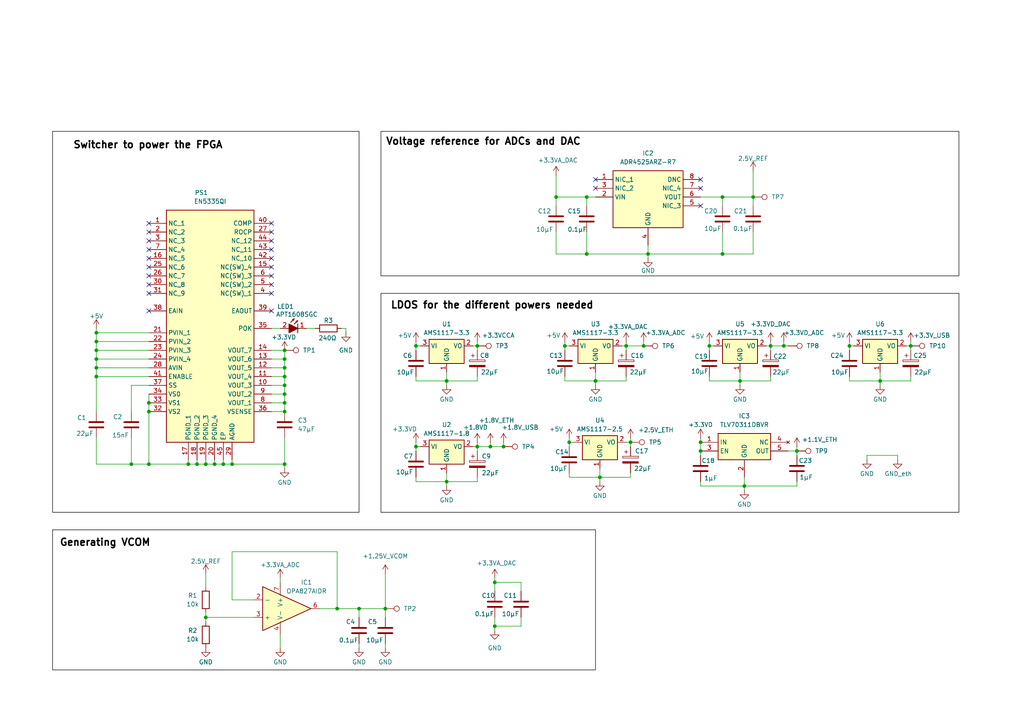
<source format=kicad_sch>
(kicad_sch (version 20250114) (generator "eeschema") (generator_version "9.0")
  (paper "A4")
  (lib_symbols
    (symbol "+5V_1" (power) (pin_numbers (hide yes)) (pin_names (offset 0) (hide yes))
      (property "Value" "+5V" (at 0 3.556 0))
      (symbol "+5V_1_1_1"
        (pin power_in line (at 0 0 90) (length 0) (name "~") (number "1"))
      )
    )
    (symbol "Connector:TestPoint" (pin_numbers (hide yes)) (pin_names (offset 0.762) (hide yes))
      (property "Reference" "TP" (at 0 6.858 0))
      (property "Value" "TestPoint" (at 0 5.08 0))
      (symbol "TestPoint_1_1"
        (pin passive line (at 0 0 90) (length 2.54) (name "1") (number "1"))
      )
    )
    (symbol "Device:C" (pin_numbers (hide yes)) (pin_names (offset 0.254))
      (property "Reference" "C" (at 0.635 2.54 0))
      (property "Value" "C" (at 0.635 -2.54 0))
      (symbol "C_1_1"
        (pin passive line (at 0 3.81 270) (length 2.794) (name "~") (number "1"))
        (pin passive line (at 0 -3.81 90) (length 2.794) (name "~") (number "2"))
      )
    )
    (symbol "Device:C_Polarized" (pin_numbers (hide yes)) (pin_names (offset 0.254))
      (property "Reference" "C" (at 0.635 2.54 0))
      (property "Value" "C_Polarized" (at 0.635 -2.54 0))
      (symbol "C_Polarized_1_1"
        (pin passive line (at 0 3.81 270) (length 2.794) (name "~") (number "1"))
        (pin passive line (at 0 -3.81 90) (length 2.794) (name "~") (number "2"))
      )
    )
    (symbol "Device:R" (pin_numbers (hide yes)) (pin_names (offset 0))
      (property "Reference" "R" (at 2.032 0 90))
      (property "Value" "R" (at 0 0 90))
      (symbol "R_1_1"
        (pin passive line (at 0 3.81 270) (length 1.27) (name "~") (number "1"))
        (pin passive line (at 0 -3.81 90) (length 1.27) (name "~") (number "2"))
      )
    )
    (symbol "EN5335QI:EN5335QI"
      (property "Reference" "PS1" (at 17.78 13.97 0))
      (property "Value" "EN5335QI" (at 17.78 11.43 0))
      (symbol "EN5335QI_1_1"
        (pin passive line (at 0 5.08 0) (length 5.08) (name "NC_1") (number "1"))
        (pin passive line (at 0 2.54 0) (length 5.08) (name "NC_2") (number "2"))
        (pin passive line (at 0 0 0) (length 5.08) (name "NC_3") (number "3"))
        (pin passive line (at 0 -2.54 0) (length 5.08) (name "NC_4") (number "7"))
        (pin passive line (at 0 -5.08 0) (length 5.08) (name "NC_5") (number "16"))
        (pin passive line (at 0 -7.62 0) (length 5.08) (name "NC_6") (number "25"))
        (pin passive line (at 0 -10.16 0) (length 5.08) (name "NC_7") (number "26"))
        (pin passive line (at 0 -12.7 0) (length 5.08) (name "NC_8") (number "30"))
        (pin passive line (at 0 -15.24 0) (length 5.08) (name "NC_9") (number "31"))
        (pin passive line (at 0 -20.32 0) (length 5.08) (name "EAIN") (number "38"))
        (pin passive line (at 0 -26.67 0) (length 5.08) (name "PVIN_1") (number "21"))
        (pin passive line (at 0 -29.21 0) (length 5.08) (name "PVIN_2") (number "22"))
        (pin passive line (at 0 -31.75 0) (length 5.08) (name "PVIN_3") (number "23"))
        (pin passive line (at 0 -34.29 0) (length 5.08) (name "PVIN_4") (number "24"))
        (pin passive line (at 0 -36.83 0) (length 5.08) (name "AVIN") (number "28"))
        (pin passive line (at 0 -39.37 0) (length 5.08) (name "ENABLE") (number "41"))
        (pin passive line (at 0 -41.91 0) (length 5.08) (name "SS") (number "37"))
        (pin passive line (at 0 -44.45 0) (length 5.08) (name "VS0") (number "34"))
        (pin passive line (at 0 -46.99 0) (length 5.08) (name "VS1") (number "33"))
        (pin passive line (at 0 -49.53 0) (length 5.08) (name "VS2") (number "32"))
        (pin passive line (at 11.43 -63.5 90) (length 5.08) (name "PGND_1") (number "17"))
        (pin passive line (at 13.97 -63.5 90) (length 5.08) (name "PGND_2") (number "18"))
        (pin passive line (at 16.51 -63.5 90) (length 5.08) (name "PGND_3") (number "19"))
        (pin passive line (at 19.05 -63.5 90) (length 5.08) (name "PGND_4") (number "20"))
        (pin passive line (at 21.59 -63.5 90) (length 5.08) (name "EP") (number "45"))
        (pin passive line (at 24.13 -63.5 90) (length 5.08) (name "AGND") (number "29"))
        (pin passive line (at 35.56 5.08 180) (length 5.08) (name "COMP") (number "40"))
        (pin passive line (at 35.56 2.54 180) (length 5.08) (name "ROCP") (number "27"))
        (pin passive line (at 35.56 0 180) (length 5.08) (name "NC_12") (number "44"))
        (pin passive line (at 35.56 -2.54 180) (length 5.08) (name "NC_11") (number "43"))
        (pin passive line (at 35.56 -5.08 180) (length 5.08) (name "NC_10") (number "42"))
        (pin passive line (at 35.56 -7.62 180) (length 5.08) (name "NC(SW)_4") (number "15"))
        (pin passive line (at 35.56 -10.16 180) (length 5.08) (name "NC(SW)_3") (number "6"))
        (pin passive line (at 35.56 -12.7 180) (length 5.08) (name "NC(SW)_2") (number "5"))
        (pin passive line (at 35.56 -15.24 180) (length 5.08) (name "NC(SW)_1") (number "4"))
        (pin passive line (at 35.56 -20.32 180) (length 5.08) (name "EAOUT") (number "39"))
        (pin passive line (at 35.56 -25.4 180) (length 5.08) (name "POK") (number "35"))
        (pin power_out line (at 35.56 -31.75 180) (length 5.08) (name "VOUT_7") (number "14"))
        (pin passive line (at 35.56 -34.29 180) (length 5.08) (name "VOUT_6") (number "13"))
        (pin passive line (at 35.56 -36.83 180) (length 5.08) (name "VOUT_5") (number "12"))
        (pin passive line (at 35.56 -39.37 180) (length 5.08) (name "VOUT_4") (number "11"))
        (pin passive line (at 35.56 -41.91 180) (length 5.08) (name "VOUT_3") (number "10"))
        (pin passive line (at 35.56 -44.45 180) (length 5.08) (name "VOUT_2") (number "9"))
        (pin passive line (at 35.56 -46.99 180) (length 5.08) (name "VOUT_1") (number "8"))
        (pin passive line (at 35.56 -49.53 180) (length 5.08) (name "VSENSE") (number "36"))
      )
    )
    (symbol "OPA827AIDR_1"
      (property "Reference" "IC1" (at 17.78 3.81 0))
      (property "Value" "OPA827AIDR" (at 17.78 1.27 0))
      (symbol "OPA827AIDR_1_1_1"
        (pin passive line (at 2.54 -1.27 0) (length 2.54) (name "-") (number "2"))
        (pin passive line (at 2.54 -6.35 0) (length 2.54) (name "+") (number "3"))
        (pin passive line (at 10.16 3.81 270) (length 3.81) (name "V+") (number "7"))
        (pin no_connect line (at 10.16 -1.27 270) (length 5.08) (hide yes) (name "NC") (number "1"))
        (pin no_connect line (at 10.16 -1.27 270) (length 5.08) (hide yes) (name "NC") (number "5"))
        (pin no_connect line (at 10.16 -1.27 270) (length 5.08) (hide yes) (name "NC") (number "8"))
        (pin passive line (at 10.16 -11.43 90) (length 3.81) (name "V-") (number "4"))
        (pin power_out line (at 21.59 -3.81 180) (length 2.54) (name "") (number "6"))
      )
    )
    (symbol "Regulator_Linear:AMS1117-1.8"
      (property "Reference" "U" (at -3.81 3.175 0))
      (property "Value" "AMS1117-1.8" (at 0 3.175 0))
      (symbol "AMS1117-1.8_1_1"
        (pin power_in line (at -7.62 0 0) (length 2.54) (name "VI") (number "3"))
        (pin power_in line (at 0 -7.62 90) (length 2.54) (name "GND") (number "1"))
        (pin power_out line (at 7.62 0 180) (length 2.54) (name "VO") (number "2"))
      )
    )
    (symbol "Regulator_Linear:AMS1117-2.5"
      (property "Reference" "U" (at -3.81 3.175 0))
      (property "Value" "AMS1117-2.5" (at 0 3.175 0))
      (symbol "AMS1117-2.5_1_1"
        (pin power_in line (at -7.62 0 0) (length 2.54) (name "VI") (number "3"))
        (pin power_in line (at 0 -7.62 90) (length 2.54) (name "GND") (number "1"))
        (pin power_out line (at 7.62 0 180) (length 2.54) (name "VO") (number "2"))
      )
    )
    (symbol "Regulator_Linear:AMS1117-3.3"
      (property "Reference" "U" (at -3.81 3.175 0))
      (property "Value" "AMS1117-3.3" (at 0 3.175 0))
      (symbol "AMS1117-3.3_1_1"
        (pin power_in line (at -7.62 0 0) (length 2.54) (name "VI") (number "3"))
        (pin power_in line (at 0 -7.62 90) (length 2.54) (name "GND") (number "1"))
        (pin power_out line (at 7.62 0 180) (length 2.54) (name "VO") (number "2"))
      )
    )
    (symbol "SamacSys_Parts:ADR4525ARZ-R7"
      (property "Reference" "IC1" (at 15.24 7.62 0))
      (property "Value" "ADR4525ARZ-R7" (at 15.24 5.08 0))
      (symbol "ADR4525ARZ-R7_1_1"
        (pin passive line (at 0 0 0) (length 5.08) (name "NIC_1") (number "1"))
        (pin passive line (at 0 -2.54 0) (length 5.08) (name "NIC_2") (number "3"))
        (pin passive line (at 0 -5.08 0) (length 5.08) (name "VIN") (number "2"))
        (pin passive line (at 15.24 -19.05 90) (length 5.08) (name "GND") (number "4"))
        (pin passive line (at 30.48 0 180) (length 5.08) (name "DNC") (number "8"))
        (pin passive line (at 30.48 -2.54 180) (length 5.08) (name "NIC_4") (number "7"))
        (pin power_out line (at 30.48 -5.08 180) (length 5.08) (name "VOUT") (number "6"))
        (pin passive line (at 30.48 -7.62 180) (length 5.08) (name "NIC_3") (number "5"))
      )
    )
    (symbol "SamacSys_Parts:APT1608SGC" (pin_names (hide yes))
      (property "Reference" "LED1" (at 7.62 10.16 0))
      (property "Value" "APT1608SGC" (at 7.62 7.62 0))
      (symbol "APT1608SGC_1_1"
        (pin passive line (at 2.54 0 0) (length 2.54) (name "A") (number "2"))
        (pin passive line (at 10.16 0 180) (length 2.54) (name "K") (number "1"))
      )
    )
    (symbol "TLV70311DBVR:TLV70311DBVR"
      (property "Reference" "IC7" (at 12.7 7.62 0))
      (property "Value" "TLV70311DBVR" (at 12.7 5.08 0))
      (symbol "TLV70311DBVR_1_1"
        (pin passive line (at 0 0 0) (length 5.08) (name "IN") (number "1"))
        (pin passive line (at 0 -2.54 0) (length 5.08) (name "EN") (number "3"))
        (pin passive line (at 12.7 -10.16 90) (length 5.08) (name "GND") (number "2"))
        (pin no_connect line (at 25.4 0 180) (length 5.08) (name "NC") (number "4"))
        (pin power_out line (at 25.4 -2.54 180) (length 5.08) (name "OUT") (number "5"))
      )
    )
    (symbol "power:+1V8" (power) (pin_numbers (hide yes)) (pin_names (offset 0) (hide yes))
      (property "Value" "+1V8" (at 0 3.556 0))
      (symbol "+1V8_1_1"
        (pin power_in line (at 0 0 90) (length 0) (name "~") (number "1"))
      )
    )
    (symbol "power:+3.3V" (power) (pin_numbers (hide yes)) (pin_names (offset 0) (hide yes))
      (property "Value" "+3.3V" (at 0 3.556 0))
      (symbol "+3.3V_1_1"
        (pin power_in line (at 0 0 90) (length 0) (name "~") (number "1"))
      )
    )
    (symbol "power:+3.3VA" (power) (pin_names (offset 0))
      (property "Value" "+3.3VA" (at 0 3.556 0))
      (symbol "+3.3VA_1_1"
        (pin power_in line (at 0 0 90) (length 0) (hide yes) (name "+3.3VA") (number "1"))
      )
    )
    (symbol "power:GND" (power) (pin_numbers (hide yes)) (pin_names (offset 0) (hide yes))
      (property "Value" "GND" (at 0 -3.81 0))
      (symbol "GND_1_1"
        (pin power_in line (at 0 0 270) (length 0) (name "~") (number "1"))
      )
    )
  )
  (text "Generating VCOM\n" (at 30.48 157.48 0) (effects (font (size 2.032 2.032) (thickness 0.4064) (bold yes))))
  (text "LDOS for the different powers needed" (at 142.748 88.646 0) (effects (font (size 2.032 2.032) (thickness 0.4064) (bold yes))))
  (text "Voltage reference for ADCs and DAC" (at 140.208 41.148 0) (effects (font (size 2.032 2.032) (thickness 0.4064) (bold yes))))
  (text "Switcher to power the FPGA" (at 42.926 42.164 0) (effects (font (size 2.032 2.032) (thickness 0.4064) (bold yes))))
  (text_box "" (at 110.49 85.09 0) (size 167.64 63.5) (margins 0.9525 0.9525 0.9525 0.9525) (stroke (width 0) (color 0 0 0 1)) (effects (font (size 1.27 1.27)) (justify left top)))
  (text_box "" (at 15.24 153.67 0) (size 157.48 40.64) (margins 0.9525 0.9525 0.9525 0.9525) (stroke (width 0) (color 0 0 0 1)) (effects (font (size 1.27 1.27)) (justify left top)))
  (text_box "" (at 15.24 38.1 0) (size 88.9 110.49) (margins 0.9525 0.9525 0.9525 0.9525) (stroke (width 0) (color 0 0 0 1)) (effects (font (size 1.27 1.27)) (justify left top)))
  (text_box "" (at 110.49 38.1 0) (size 167.64 41.91) (margins 0.9525 0.9525 0.9525 0.9525) (stroke (width 0) (color 0 0 0 1)) (effects (font (size 1.27 1.27)) (justify left top)))
  (junction (at 120.65 129.54))
  (junction (at 205.74 100.33))
  (junction (at 82.55 134.62))
  (junction (at 111.76 176.53))
  (junction (at 181.61 100.33))
  (junction (at 82.55 114.3))
  (junction (at 209.55 73.66))
  (junction (at 120.65 100.33))
  (junction (at 203.2 130.81))
  (junction (at 163.83 100.33))
  (junction (at 82.55 101.6))
  (junction (at 170.18 73.66))
  (junction (at 104.14 176.53))
  (junction (at 27.94 101.6))
  (junction (at 143.51 181.61))
  (junction (at 62.23 134.62))
  (junction (at 67.31 134.62))
  (junction (at 231.14 130.81))
  (junction (at 173.99 138.43))
  (junction (at 97.79 176.53))
  (junction (at 264.16 100.33))
  (junction (at 170.18 57.15))
  (junction (at 215.9 140.97))
  (junction (at 82.55 111.76))
  (junction (at 209.55 57.15))
  (junction (at 82.55 106.68))
  (junction (at 182.88 128.27))
  (junction (at 59.69 179.07))
  (junction (at 143.51 168.91))
  (junction (at 255.27 110.49))
  (junction (at 146.05 129.54))
  (junction (at 27.94 96.52))
  (junction (at 223.52 100.33))
  (junction (at 246.38 100.33))
  (junction (at 38.1 134.62))
  (junction (at 186.69 100.33))
  (junction (at 27.94 106.68))
  (junction (at 82.55 119.38))
  (junction (at 82.55 104.14))
  (junction (at 227.33 100.33))
  (junction (at 82.55 116.84))
  (junction (at 214.63 110.49))
  (junction (at 82.55 109.22))
  (junction (at 43.18 134.62))
  (junction (at 27.94 104.14))
  (junction (at 27.94 109.22))
  (junction (at 142.24 129.54))
  (junction (at 43.18 116.84))
  (junction (at 138.43 100.33))
  (junction (at 59.69 134.62))
  (junction (at 57.15 134.62))
  (junction (at 187.96 73.66))
  (junction (at 165.1 128.27))
  (junction (at 54.61 134.62))
  (junction (at 27.94 99.06))
  (junction (at 43.18 119.38))
  (junction (at 64.77 134.62))
  (junction (at 129.54 139.7))
  (junction (at 138.43 129.54))
  (junction (at 203.2 128.27))
  (junction (at 129.54 110.49))
  (junction (at 161.29 57.15))
  (junction (at 172.72 110.49))
  (junction (at 218.44 57.15))
  (no_connect (at 78.74 72.39))
  (no_connect (at 43.18 64.77))
  (no_connect (at 43.18 85.09))
  (no_connect (at 78.74 74.93))
  (no_connect (at 78.74 85.09))
  (no_connect (at 43.18 67.31))
  (no_connect (at 43.18 80.01))
  (no_connect (at 172.72 54.61))
  (no_connect (at 78.74 82.55))
  (no_connect (at 78.74 77.47))
  (no_connect (at 203.2 52.07))
  (no_connect (at 43.18 77.47))
  (no_connect (at 43.18 82.55))
  (no_connect (at 43.18 74.93))
  (no_connect (at 43.18 90.17))
  (no_connect (at 43.18 69.85))
  (no_connect (at 172.72 52.07))
  (no_connect (at 203.2 59.69))
  (no_connect (at 43.18 72.39))
  (no_connect (at 78.74 67.31))
  (no_connect (at 78.74 80.01))
  (no_connect (at 78.74 64.77))
  (no_connect (at 78.74 90.17))
  (no_connect (at 203.2 54.61))
  (no_connect (at 78.74 69.85))
  (wire (pts (xy 205.74 101.6) (xy 205.74 100.33)))
  (wire (pts (xy 181.61 128.27) (xy 182.88 128.27)))
  (wire (pts (xy 120.65 110.49) (xy 129.54 110.49)))
  (wire (pts (xy 138.43 139.7) (xy 138.43 138.43)))
  (wire (pts (xy 100.33 95.25) (xy 100.33 96.52)))
  (wire (pts (xy 54.61 134.62) (xy 54.61 133.35)))
  (wire (pts (xy 97.79 176.53) (xy 104.14 176.53)))
  (wire (pts (xy 163.83 101.6) (xy 163.83 100.33)))
  (wire (pts (xy 78.74 111.76) (xy 82.55 111.76)))
  (wire (pts (xy 27.94 99.06) (xy 27.94 101.6)))
  (wire (pts (xy 82.55 116.84) (xy 82.55 119.38)))
  (wire (pts (xy 215.9 140.97) (xy 231.14 140.97)))
  (wire (pts (xy 27.94 96.52) (xy 27.94 99.06)))
  (wire (pts (xy 62.23 134.62) (xy 62.23 133.35)))
  (wire (pts (xy 120.65 139.7) (xy 120.65 138.43)))
  (wire (pts (xy 170.18 67.31) (xy 170.18 73.66)))
  (wire (pts (xy 209.55 57.15) (xy 209.55 59.69)))
  (wire (pts (xy 27.94 127) (xy 27.94 134.62)))
  (wire (pts (xy 187.96 73.66) (xy 170.18 73.66)))
  (wire (pts (xy 121.92 129.54) (xy 120.65 129.54)))
  (wire (pts (xy 120.65 130.81) (xy 120.65 129.54)))
  (wire (pts (xy 247.65 100.33) (xy 246.38 100.33)))
  (wire (pts (xy 170.18 57.15) (xy 170.18 59.69)))
  (wire (pts (xy 82.55 127) (xy 82.55 134.62)))
  (wire (pts (xy 209.55 73.66) (xy 187.96 73.66)))
  (wire (pts (xy 180.34 100.33) (xy 181.61 100.33)))
  (wire (pts (xy 43.18 114.3) (xy 43.18 116.84)))
  (wire (pts (xy 143.51 181.61) (xy 143.51 182.88)))
  (wire (pts (xy 143.51 181.61) (xy 151.13 181.61)))
  (wire (pts (xy 172.72 57.15) (xy 170.18 57.15)))
  (wire (pts (xy 228.6 100.33) (xy 227.33 100.33)))
  (wire (pts (xy 231.14 140.97) (xy 231.14 139.7)))
  (wire (pts (xy 129.54 139.7) (xy 138.43 139.7)))
  (wire (pts (xy 27.94 134.62) (xy 38.1 134.62)))
  (wire (pts (xy 214.63 110.49) (xy 223.52 110.49)))
  (wire (pts (xy 262.89 100.33) (xy 264.16 100.33)))
  (wire (pts (xy 165.1 138.43) (xy 165.1 137.16)))
  (wire (pts (xy 59.69 134.62) (xy 62.23 134.62)))
  (wire (pts (xy 43.18 119.38) (xy 43.18 134.62)))
  (wire (pts (xy 104.14 176.53) (xy 111.76 176.53)))
  (wire (pts (xy 246.38 101.6) (xy 246.38 100.33)))
  (wire (pts (xy 182.88 127) (xy 182.88 128.27)))
  (wire (pts (xy 27.94 101.6) (xy 43.18 101.6)))
  (wire (pts (xy 172.72 110.49) (xy 172.72 107.95)))
  (wire (pts (xy 264.16 99.06) (xy 264.16 100.33)))
  (wire (pts (xy 146.05 129.54) (xy 142.24 129.54)))
  (wire (pts (xy 218.44 67.31) (xy 218.44 73.66)))
  (wire (pts (xy 165.1 129.54) (xy 165.1 128.27)))
  (wire (pts (xy 78.74 114.3) (xy 82.55 114.3)))
  (wire (pts (xy 129.54 110.49) (xy 138.43 110.49)))
  (wire (pts (xy 143.51 168.91) (xy 143.51 171.45)))
  (wire (pts (xy 57.15 134.62) (xy 57.15 133.35)))
  (wire (pts (xy 231.14 129.54) (xy 231.14 130.81)))
  (wire (pts (xy 57.15 134.62) (xy 59.69 134.62)))
  (wire (pts (xy 214.63 110.49) (xy 214.63 111.76)))
  (wire (pts (xy 142.24 129.54) (xy 138.43 129.54)))
  (wire (pts (xy 120.65 139.7) (xy 129.54 139.7)))
  (wire (pts (xy 92.71 176.53) (xy 97.79 176.53)))
  (wire (pts (xy 161.29 73.66) (xy 161.29 67.31)))
  (wire (pts (xy 59.69 134.62) (xy 59.69 133.35)))
  (wire (pts (xy 78.74 95.25) (xy 81.28 95.25)))
  (wire (pts (xy 255.27 111.76) (xy 255.27 110.49)))
  (wire (pts (xy 251.46 133.35) (xy 251.46 132.08)))
  (wire (pts (xy 82.55 104.14) (xy 82.55 106.68)))
  (wire (pts (xy 38.1 119.38) (xy 38.1 111.76)))
  (wire (pts (xy 246.38 110.49) (xy 246.38 109.22)))
  (wire (pts (xy 231.14 132.08) (xy 231.14 130.81)))
  (wire (pts (xy 222.25 100.33) (xy 223.52 100.33)))
  (wire (pts (xy 187.96 71.12) (xy 187.96 73.66)))
  (wire (pts (xy 172.72 110.49) (xy 172.72 111.76)))
  (wire (pts (xy 82.55 111.76) (xy 82.55 114.3)))
  (wire (pts (xy 111.76 186.69) (xy 111.76 187.96)))
  (wire (pts (xy 223.52 100.33) (xy 227.33 100.33)))
  (wire (pts (xy 231.14 130.81) (xy 228.6 130.81)))
  (wire (pts (xy 78.74 106.68) (xy 82.55 106.68)))
  (wire (pts (xy 27.94 109.22) (xy 43.18 109.22)))
  (wire (pts (xy 205.74 110.49) (xy 205.74 109.22)))
  (wire (pts (xy 165.1 138.43) (xy 173.99 138.43)))
  (wire (pts (xy 138.43 101.6) (xy 138.43 100.33)))
  (wire (pts (xy 120.65 101.6) (xy 120.65 100.33)))
  (wire (pts (xy 181.61 99.06) (xy 181.61 100.33)))
  (wire (pts (xy 43.18 134.62) (xy 54.61 134.62)))
  (wire (pts (xy 203.2 128.27) (xy 203.2 130.81)))
  (wire (pts (xy 223.52 101.6) (xy 223.52 100.33)))
  (wire (pts (xy 264.16 110.49) (xy 264.16 109.22)))
  (wire (pts (xy 173.99 138.43) (xy 173.99 135.89)))
  (wire (pts (xy 120.65 110.49) (xy 120.65 109.22)))
  (wire (pts (xy 67.31 134.62) (xy 67.31 133.35)))
  (wire (pts (xy 27.94 106.68) (xy 27.94 109.22)))
  (wire (pts (xy 82.55 134.62) (xy 67.31 134.62)))
  (wire (pts (xy 218.44 57.15) (xy 209.55 57.15)))
  (wire (pts (xy 82.55 119.38) (xy 78.74 119.38)))
  (wire (pts (xy 186.69 99.06) (xy 186.69 100.33)))
  (wire (pts (xy 214.63 110.49) (xy 214.63 107.95)))
  (wire (pts (xy 182.88 129.54) (xy 182.88 128.27)))
  (wire (pts (xy 67.31 134.62) (xy 64.77 134.62)))
  (wire (pts (xy 205.74 110.49) (xy 214.63 110.49)))
  (wire (pts (xy 163.83 110.49) (xy 163.83 109.22)))
  (wire (pts (xy 246.38 110.49) (xy 255.27 110.49)))
  (wire (pts (xy 181.61 100.33) (xy 186.69 100.33)))
  (wire (pts (xy 172.72 110.49) (xy 181.61 110.49)))
  (wire (pts (xy 78.74 104.14) (xy 82.55 104.14)))
  (wire (pts (xy 151.13 179.07) (xy 151.13 181.61)))
  (wire (pts (xy 223.52 110.49) (xy 223.52 109.22)))
  (wire (pts (xy 143.51 167.64) (xy 143.51 168.91)))
  (wire (pts (xy 246.38 99.06) (xy 246.38 100.33)))
  (wire (pts (xy 78.74 101.6) (xy 82.55 101.6)))
  (wire (pts (xy 205.74 99.06) (xy 205.74 100.33)))
  (wire (pts (xy 104.14 186.69) (xy 104.14 187.96)))
  (wire (pts (xy 207.01 100.33) (xy 205.74 100.33)))
  (wire (pts (xy 215.9 140.97) (xy 215.9 142.24)))
  (wire (pts (xy 173.99 138.43) (xy 173.99 139.7)))
  (wire (pts (xy 82.55 101.6) (xy 82.55 104.14)))
  (wire (pts (xy 137.16 100.33) (xy 138.43 100.33)))
  (wire (pts (xy 161.29 50.8) (xy 161.29 57.15)))
  (wire (pts (xy 181.61 101.6) (xy 181.61 100.33)))
  (wire (pts (xy 27.94 106.68) (xy 43.18 106.68)))
  (wire (pts (xy 38.1 134.62) (xy 43.18 134.62)))
  (wire (pts (xy 218.44 73.66) (xy 209.55 73.66)))
  (wire (pts (xy 67.31 160.02) (xy 97.79 160.02)))
  (wire (pts (xy 138.43 128.27) (xy 138.43 129.54)))
  (wire (pts (xy 67.31 173.99) (xy 67.31 160.02)))
  (wire (pts (xy 57.15 134.62) (xy 54.61 134.62)))
  (wire (pts (xy 43.18 116.84) (xy 43.18 119.38)))
  (wire (pts (xy 203.2 127) (xy 203.2 128.27)))
  (wire (pts (xy 43.18 104.14) (xy 27.94 104.14)))
  (wire (pts (xy 38.1 111.76) (xy 43.18 111.76)))
  (wire (pts (xy 82.55 134.62) (xy 82.55 135.89)))
  (wire (pts (xy 165.1 127) (xy 165.1 128.27)))
  (wire (pts (xy 143.51 168.91) (xy 151.13 168.91)))
  (wire (pts (xy 146.05 128.27) (xy 146.05 129.54)))
  (wire (pts (xy 151.13 168.91) (xy 151.13 171.45)))
  (wire (pts (xy 218.44 59.69) (xy 218.44 57.15)))
  (wire (pts (xy 137.16 129.54) (xy 138.43 129.54)))
  (wire (pts (xy 88.9 95.25) (xy 91.44 95.25)))
  (wire (pts (xy 203.2 57.15) (xy 209.55 57.15)))
  (wire (pts (xy 129.54 110.49) (xy 129.54 107.95)))
  (wire (pts (xy 27.94 101.6) (xy 27.94 104.14)))
  (wire (pts (xy 129.54 140.97) (xy 129.54 139.7)))
  (wire (pts (xy 255.27 110.49) (xy 255.27 107.95)))
  (wire (pts (xy 264.16 101.6) (xy 264.16 100.33)))
  (wire (pts (xy 143.51 179.07) (xy 143.51 181.61)))
  (wire (pts (xy 81.28 167.64) (xy 81.28 168.91)))
  (wire (pts (xy 138.43 130.81) (xy 138.43 129.54)))
  (wire (pts (xy 82.55 106.68) (xy 82.55 109.22)))
  (wire (pts (xy 120.65 99.06) (xy 120.65 100.33)))
  (wire (pts (xy 27.94 96.52) (xy 27.94 95.25)))
  (wire (pts (xy 62.23 134.62) (xy 64.77 134.62)))
  (wire (pts (xy 223.52 99.06) (xy 223.52 100.33)))
  (wire (pts (xy 111.76 176.53) (xy 111.76 179.07)))
  (wire (pts (xy 82.55 109.22) (xy 82.55 111.76)))
  (wire (pts (xy 104.14 176.53) (xy 104.14 179.07)))
  (wire (pts (xy 173.99 138.43) (xy 182.88 138.43)))
  (wire (pts (xy 138.43 110.49) (xy 138.43 109.22)))
  (wire (pts (xy 209.55 67.31) (xy 209.55 73.66)))
  (wire (pts (xy 203.2 132.08) (xy 203.2 130.81)))
  (wire (pts (xy 59.69 166.37) (xy 59.69 170.18)))
  (wire (pts (xy 203.2 140.97) (xy 203.2 139.7)))
  (wire (pts (xy 111.76 176.53) (xy 111.76 166.37)))
  (wire (pts (xy 27.94 96.52) (xy 43.18 96.52)))
  (wire (pts (xy 97.79 160.02) (xy 97.79 176.53)))
  (wire (pts (xy 38.1 127) (xy 38.1 134.62)))
  (wire (pts (xy 121.92 100.33) (xy 120.65 100.33)))
  (wire (pts (xy 81.28 184.15) (xy 81.28 187.96)))
  (wire (pts (xy 203.2 140.97) (xy 215.9 140.97)))
  (wire (pts (xy 182.88 138.43) (xy 182.88 137.16)))
  (wire (pts (xy 260.35 132.08) (xy 260.35 133.35)))
  (wire (pts (xy 227.33 99.06) (xy 227.33 100.33)))
  (wire (pts (xy 78.74 109.22) (xy 82.55 109.22)))
  (wire (pts (xy 215.9 140.97) (xy 215.9 138.43)))
  (wire (pts (xy 166.37 128.27) (xy 165.1 128.27)))
  (wire (pts (xy 251.46 132.08) (xy 260.35 132.08)))
  (wire (pts (xy 187.96 73.66) (xy 187.96 74.93)))
  (wire (pts (xy 59.69 177.8) (xy 59.69 179.07)))
  (wire (pts (xy 181.61 110.49) (xy 181.61 109.22)))
  (wire (pts (xy 163.83 110.49) (xy 172.72 110.49)))
  (wire (pts (xy 59.69 179.07) (xy 73.66 179.07)))
  (wire (pts (xy 27.94 119.38) (xy 27.94 109.22)))
  (wire (pts (xy 170.18 73.66) (xy 161.29 73.66)))
  (wire (pts (xy 138.43 99.06) (xy 138.43 100.33)))
  (wire (pts (xy 142.24 128.27) (xy 142.24 129.54)))
  (wire (pts (xy 255.27 110.49) (xy 264.16 110.49)))
  (wire (pts (xy 165.1 100.33) (xy 163.83 100.33)))
  (wire (pts (xy 27.94 104.14) (xy 27.94 106.68)))
  (wire (pts (xy 59.69 179.07) (xy 59.69 180.34)))
  (wire (pts (xy 27.94 99.06) (xy 43.18 99.06)))
  (wire (pts (xy 161.29 59.69) (xy 161.29 57.15)))
  (wire (pts (xy 129.54 139.7) (xy 129.54 137.16)))
  (wire (pts (xy 218.44 49.53) (xy 218.44 57.15)))
  (wire (pts (xy 82.55 114.3) (xy 82.55 116.84)))
  (wire (pts (xy 99.06 95.25) (xy 100.33 95.25)))
  (wire (pts (xy 73.66 173.99) (xy 67.31 173.99)))
  (wire (pts (xy 129.54 111.76) (xy 129.54 110.49)))
  (wire (pts (xy 120.65 128.27) (xy 120.65 129.54)))
  (wire (pts (xy 64.77 134.62) (xy 64.77 133.35)))
  (wire (pts (xy 163.83 99.06) (xy 163.83 100.33)))
  (wire (pts (xy 161.29 57.15) (xy 170.18 57.15)))
  (wire (pts (xy 78.74 116.84) (xy 82.55 116.84)))
  (symbol (lib_id "Device:C") (at 231.14 135.89 0) (unit 1)
    (property "Reference" "C23" (at 231.648 133.604 0) (effects (justify left)))
    (property "Value" "1µF" (at 231.902 138.43 0) (effects (justify left)))
    (property "Footprint" "Capacitor_SMD:C_0603_1608Metric" (effects (hide yes)))
    (property "Description" "Unpolarized capacitor" (effects (hide yes)))
  )
  (symbol (lib_id "power:GND") (at 100.33 96.52 0) (unit 1)
    (property "Reference" "#PWR08" (effects (hide yes)))
    (property "Value" "GND" (at 100.33 101.6 0))
    (property "Description" "Power symbol creates a global label with name \"GND\" , ground" (effects (hide yes)))
  )
  (symbol (lib_id "Device:C") (at 38.1 123.19 0) (unit 1)
    (property "Reference" "C2" (at 32.766 120.904 0) (effects (justify left)))
    (property "Value" "15nF" (at 32.512 126.238 0) (effects (justify left)))
    (property "Footprint" "Capacitor_SMD:C_0402_1005Metric" (effects (hide yes)))
    (property "Description" "Unpolarized capacitor" (effects (hide yes)))
  )
  (symbol (lib_id "Device:C") (at 104.14 182.88 0) (unit 1)
    (property "Reference" "C4" (at 100.33 180.34 0) (effects (justify left)))
    (property "Value" "0.1µF" (at 98.298 185.674 0) (effects (justify left)))
    (property "Footprint" "Capacitor_SMD:C_0402_1005Metric" (effects (hide yes)))
    (property "Description" "Unpolarized capacitor" (effects (hide yes)))
  )
  (symbol (lib_id "power:GND") (at 173.99 139.7 0) (unit 1)
    (property "Reference" "#PWR026" (effects (hide yes)))
    (property "Value" "GND" (at 173.99 143.764 0))
    (property "Description" "Power symbol creates a global label with name \"GND\" , ground" (effects (hide yes)))
  )
  (symbol (lib_name "+5V_1") (lib_id "power:+5V") (at 163.83 99.06 0) (unit 1)
    (property "Reference" "#PWR023" (effects (hide yes)))
    (property "Value" "+5V" (at 160.528 97.282 0))
    (property "Description" "Power symbol creates a global label with name \"+5V\"" (effects (hide yes)))
  )
  (symbol (lib_id "Connector:TestPoint") (at 186.69 100.33 270) (unit 1)
    (property "Reference" "TP6" (at 192.024 100.33 90) (effects (justify left)))
    (property "Value" "TestPoint" (effects (hide yes)))
    (property "Footprint" "TestPoint:TestPoint_Keystone_5000-5004_Miniature" (effects (hide yes)))
    (property "Description" "test point" (effects (hide yes)))
  )
  (symbol (lib_id "Regulator_Linear:AMS1117-2.5") (at 173.99 128.27 0) (unit 1)
    (property "Reference" "U4" (at 173.99 121.92 0))
    (property "Value" "AMS1117-2.5" (at 173.99 124.46 0))
    (property "Footprint" "Package_TO_SOT_SMD:SOT-223-3_TabPin2" (effects (hide yes)))
    (property "Datasheet" "http://www.advanced-monolithic.com/pdf/ds1117.pdf" (effects (hide yes)))
    (property "Description" "1A Low Dropout regulator, positive, 2.5V fixed output, SOT-223" (effects (hide yes)))
  )
  (symbol (lib_name "+5V_1") (lib_id "power:+5V") (at 205.74 99.06 0) (unit 1)
    (property "Reference" "#PWR032" (effects (hide yes)))
    (property "Value" "+5V" (at 200.152 97.536 0) (effects (justify left)))
    (property "Description" "Power symbol creates a global label with name \"+5V\"" (effects (hide yes)))
  )
  (symbol (lib_id "Regulator_Linear:AMS1117-3.3") (at 172.72 100.33 0) (unit 1)
    (property "Reference" "U3" (at 172.72 93.98 0))
    (property "Value" "AMS1117-3.3" (at 172.72 96.52 0))
    (property "Footprint" "Package_TO_SOT_SMD:SOT-223-3_TabPin2" (effects (hide yes)))
    (property "Datasheet" "http://www.advanced-monolithic.com/pdf/ds1117.pdf" (effects (hide yes)))
  )
  (symbol (lib_id "power:+3.3V") (at 218.44 49.53 0) (unit 1)
    (property "Reference" "#PWR035" (effects (hide yes)))
    (property "Value" "2.5V_REF" (at 218.44 45.974 0))
    (property "Description" "Power symbol creates a global label with name \"+3.3V\"" (effects (hide yes)))
  )
  (symbol (lib_id "power:+3.3V") (at 264.16 99.06 0) (unit 1)
    (property "Reference" "#PWR043" (effects (hide yes)))
    (property "Value" "+3.3V_USB" (at 270.256 97.282 0))
    (property "Description" "Power symbol creates a global label with name \"+3.3V\"" (effects (hide yes)))
  )
  (symbol (lib_id "power:+3.3V") (at 161.29 50.8 0) (unit 1)
    (property "Reference" "#PWR022" (effects (hide yes)))
    (property "Value" "+3.3VA_DAC" (at 161.798 46.482 0))
    (property "Description" "Power symbol creates a global label with name \"+3.3V\"" (effects (hide yes)))
  )
  (symbol (lib_id "power:GND") (at 260.35 133.35 0) (unit 1)
    (property "Reference" "#PWR042" (effects (hide yes)))
    (property "Value" "GND_eth" (at 256.54 137.414 0) (effects (justify left)))
    (property "Description" "Power symbol creates a global label with name \"GND\" , ground" (effects (hide yes)))
  )
  (symbol (lib_id "Device:C_Polarized") (at 182.88 133.35 0) (unit 1)
    (property "Reference" "C17" (at 184.15 130.81 0) (effects (justify left)))
    (property "Value" "22µF" (at 183.896 135.89 0) (effects (justify left)))
    (property "Footprint" "Capacitor_Tantalum_SMD:CP_EIA-3528-21_Kemet-B" (effects (hide yes)))
  )
  (symbol (lib_id "Device:R") (at 95.25 95.25 270) (unit 1)
    (property "Reference" "R3" (at 95.25 92.964 90))
    (property "Value" "240Ω" (at 94.996 98.044 90))
    (property "Footprint" "Resistor_SMD:R_0603_1608Metric" (effects (hide yes)))
    (property "Description" "Resistor" (effects (hide yes)))
  )
  (symbol (lib_id "Connector:TestPoint") (at 218.44 57.15 270) (unit 1)
    (property "Reference" "TP7" (at 223.774 57.15 90) (effects (justify left)))
    (property "Value" "TestPoint" (effects (hide yes)))
    (property "Footprint" "TestPoint:TestPoint_Keystone_5000-5004_Miniature" (effects (hide yes)))
    (property "Description" "test point" (effects (hide yes)))
  )
  (symbol (lib_id "Device:C_Polarized") (at 138.43 105.41 0) (unit 1)
    (property "Reference" "C8" (at 139.192 103.124 0) (effects (justify left)))
    (property "Value" "22µF" (at 139.446 107.95 0) (effects (justify left)))
    (property "Footprint" "Capacitor_Tantalum_SMD:CP_EIA-3528-21_Kemet-B" (effects (hide yes)))
  )
  (symbol (lib_name "+5V_1") (lib_id "power:+5V") (at 27.94 95.25 0) (unit 1)
    (property "Reference" "#PWR01" (effects (hide yes)))
    (property "Value" "+5V" (at 27.94 91.694 0))
    (property "Description" "Power symbol creates a global label with name \"+5V\"" (effects (hide yes)))
  )
  (symbol (lib_id "Device:C") (at 170.18 63.5 0) (unit 1)
    (property "Reference" "C15" (at 164.592 61.214 0) (effects (justify left)))
    (property "Value" "0.1µF" (at 164.592 66.548 0) (effects (justify left)))
    (property "Footprint" "Capacitor_SMD:C_0402_1005Metric" (effects (hide yes)))
    (property "Description" "Unpolarized capacitor" (effects (hide yes)))
  )
  (symbol (lib_id "Device:C") (at 120.65 105.41 0) (unit 1)
    (property "Reference" "C6" (at 116.84 103.124 0) (effects (justify left)))
    (property "Value" "10µF" (at 115.062 107.95 0) (effects (justify left)))
    (property "Footprint" "Capacitor_SMD:C_0603_1608Metric" (effects (hide yes)))
  )
  (symbol (lib_id "Connector:TestPoint") (at 82.55 101.6 270) (unit 1)
    (property "Reference" "TP1" (at 87.884 101.6 90) (effects (justify left)))
    (property "Value" "TestPoint" (effects (hide yes)))
    (property "Footprint" "TestPoint:TestPoint_Keystone_5000-5004_Miniature" (effects (hide yes)))
    (property "Description" "test point" (effects (hide yes)))
  )
  (symbol (lib_id "power:+3.3V") (at 203.2 127 0) (unit 1)
    (property "Reference" "#PWR031" (effects (hide yes)))
    (property "Value" "+3.3VD" (at 203.2 123.19 0))
    (property "Description" "Power symbol creates a global label with name \"+3.3V\"" (effects (hide yes)))
  )
  (symbol (lib_id "power:GND") (at 82.55 135.89 0) (unit 1)
    (property "Reference" "#PWR07" (effects (hide yes)))
    (property "Value" "GND" (at 82.55 139.954 0))
    (property "Description" "Power symbol creates a global label with name \"GND\" , ground" (effects (hide yes)))
  )
  (symbol (lib_id "Connector:TestPoint") (at 138.43 100.33 270) (unit 1)
    (property "Reference" "TP3" (at 143.764 100.33 90) (effects (justify left)))
    (property "Value" "TestPoint" (effects (hide yes)))
    (property "Footprint" "TestPoint:TestPoint_Keystone_5000-5004_Miniature" (effects (hide yes)))
    (property "Description" "test point" (effects (hide yes)))
  )
  (symbol (lib_id "Device:C_Polarized") (at 264.16 105.41 0) (unit 1)
    (property "Reference" "C25" (at 264.922 103.124 0) (effects (justify left)))
    (property "Value" "22µF" (at 265.176 107.95 0) (effects (justify left)))
    (property "Footprint" "Capacitor_Tantalum_SMD:CP_EIA-3528-21_Kemet-B" (effects (hide yes)))
  )
  (symbol (lib_id "Connector:TestPoint") (at 264.16 100.33 270) (unit 1)
    (property "Reference" "TP10" (at 269.494 100.33 90) (effects (justify left)))
    (property "Value" "TestPoint" (effects (hide yes)))
    (property "Footprint" "TestPoint:TestPoint_Keystone_5000-5004_Miniature" (effects (hide yes)))
    (property "Description" "test point" (effects (hide yes)))
  )
  (symbol (lib_id "Device:C_Polarized") (at 138.43 134.62 0) (unit 1)
    (property "Reference" "C9" (at 139.7 132.334 0) (effects (justify left)))
    (property "Value" "22µF" (at 139.7 137.16 0) (effects (justify left)))
    (property "Footprint" "Capacitor_Tantalum_SMD:CP_EIA-3528-21_Kemet-B" (effects (hide yes)))
  )
  (symbol (lib_id "Device:C") (at 151.13 175.26 0) (unit 1)
    (property "Reference" "C11" (at 146.05 172.72 0) (effects (justify left)))
    (property "Value" "10µF" (at 145.542 178.054 0) (effects (justify left)))
    (property "Footprint" "Capacitor_SMD:C_0603_1608Metric" (effects (hide yes)))
    (property "Description" "Unpolarized capacitor" (effects (hide yes)))
  )
  (symbol (lib_id "Device:C") (at 120.65 134.62 0) (unit 1)
    (property "Reference" "C7" (at 117.094 132.334 0) (effects (justify left)))
    (property "Value" "10µF" (at 114.808 136.906 0) (effects (justify left)))
    (property "Footprint" "Capacitor_SMD:C_0603_1608Metric" (effects (hide yes)))
  )
  (symbol (lib_id "power:+3.3VA") (at 81.28 167.64 0) (unit 1)
    (property "Reference" "#PWR04" (effects (hide yes)))
    (property "Value" "+3.3VA_ADC" (at 81.28 163.83 0))
  )
  (symbol (lib_id "SamacSys_Parts:APT1608SGC") (at 78.74 95.25 0) (unit 1)
    (property "Reference" "LED1" (at 82.804 88.9 0))
    (property "Value" "APT1608SGC" (at 86.106 91.186 0))
    (property "Footprint" "SamacSys_Parts:LEDC1608X85N" (effects (hide yes)))
    (property "Datasheet" "https://www.mouser.co.il/datasheet/2/216/APT1608SGC-32861.pdf" (effects (hide yes)))
    (property "Height" "0.85" (effects (hide yes)))
    (property "Manufacturer_Name" "Kingbright" (effects (hide yes)))
    (property "Manufacturer_Part_Number" "APT1608SGC" (effects (hide yes)))
    (property "Mouser Part Number" "604-APT1608SGC" (effects (hide yes)))
    (property "Mouser Price/Stock" "https://www.mouser.co.uk/ProductDetail/Kingbright/APT1608SGC?qs=JpELLRhtMc0UatanJWL9tA%3D%3D" (effects (hide yes)))
    (property "Arrow Part Number" "APT1608SGC" (effects (hide yes)))
    (property "Arrow Price/Stock" "https://www.arrow.com/en/products/apt1608sgc/kingbright?region=nac" (effects (hide yes)))
  )
  (symbol (lib_id "power:GND") (at 104.14 187.96 0) (unit 1)
    (property "Reference" "#PWR09" (effects (hide yes)))
    (property "Value" "GND" (at 104.14 192.024 0))
    (property "Description" "Power symbol creates a global label with name \"GND\" , ground" (effects (hide yes)))
  )
  (symbol (lib_id "power:GND") (at 143.51 182.88 0) (unit 1)
    (property "Reference" "#PWR020" (effects (hide yes)))
    (property "Value" "GND" (at 143.51 187.96 0))
    (property "Description" "Power symbol creates a global label with name \"GND\" , ground" (effects (hide yes)))
  )
  (symbol (lib_id "power:GND") (at 129.54 140.97 0) (unit 1)
    (property "Reference" "#PWR015" (effects (hide yes)))
    (property "Value" "GND" (at 129.54 145.034 0))
    (property "Description" "Power symbol creates a global label with name \"GND\" , ground" (effects (hide yes)))
  )
  (symbol (lib_id "power:GND") (at 111.76 187.96 0) (unit 1)
    (property "Reference" "#PWR011" (effects (hide yes)))
    (property "Value" "GND" (at 111.76 192.024 0))
    (property "Description" "Power symbol creates a global label with name \"GND\" , ground" (effects (hide yes)))
  )
  (symbol (lib_id "power:GND") (at 187.96 74.93 0) (unit 1)
    (property "Reference" "#PWR030" (effects (hide yes)))
    (property "Value" "GND" (at 187.96 78.486 0))
    (property "Description" "Power symbol creates a global label with name \"GND\" , ground" (effects (hide yes)))
  )
  (symbol (lib_id "power:GND") (at 251.46 133.35 0) (unit 1)
    (property "Reference" "#PWR040" (effects (hide yes)))
    (property "Value" "GND" (at 251.46 137.414 0))
    (property "Description" "Power symbol creates a global label with name \"GND\" , ground" (effects (hide yes)))
  )
  (symbol (lib_id "power:+1V8") (at 142.24 128.27 0) (unit 1)
    (property "Reference" "#PWR018" (effects (hide yes)))
    (property "Value" "+1.8V_ETH" (at 144.018 121.92 0))
    (property "Description" "Power symbol creates a global label with name \"+1V8\"" (effects (hide yes)))
  )
  (symbol (lib_id "power:+3.3V") (at 138.43 99.06 0) (unit 1)
    (property "Reference" "#PWR016" (effects (hide yes)))
    (property "Value" "+3.3VCCA" (at 144.526 97.282 0))
    (property "Description" "Power symbol creates a global label with name \"+3.3V\"" (effects (hide yes)))
  )
  (symbol (lib_id "Regulator_Linear:AMS1117-1.8") (at 129.54 129.54 0) (unit 1)
    (property "Reference" "U2" (at 129.54 123.19 0))
    (property "Value" "AMS1117-1.8" (at 129.54 125.73 0))
    (property "Footprint" "Package_TO_SOT_SMD:SOT-223-3_TabPin2" (effects (hide yes)))
    (property "Datasheet" "http://www.advanced-monolithic.com/pdf/ds1117.pdf" (effects (hide yes)))
    (property "Description" "1A Low Dropout regulator, positive, 1.8V fixed output, SOT-223" (effects (hide yes)))
  )
  (symbol (lib_name "+5V_1") (lib_id "power:+5V") (at 120.65 99.06 0) (unit 1)
    (property "Reference" "#PWR012" (effects (hide yes)))
    (property "Value" "+5V" (at 117.348 97.282 0))
    (property "Description" "Power symbol creates a global label with name \"+5V\"" (effects (hide yes)))
  )
  (symbol (lib_id "Device:C_Polarized") (at 223.52 105.41 0) (unit 1)
    (property "Reference" "C22" (at 224.282 103.378 0) (effects (justify left)))
    (property "Value" "22µF" (at 224.028 107.95 0) (effects (justify left)))
    (property "Footprint" "Capacitor_Tantalum_SMD:CP_EIA-3528-21_Kemet-B" (effects (hide yes)))
  )
  (symbol (lib_id "power:GND") (at 129.54 111.76 0) (unit 1)
    (property "Reference" "#PWR014" (effects (hide yes)))
    (property "Value" "GND" (at 129.54 115.824 0))
    (property "Description" "Power symbol creates a global label with name \"GND\" , ground" (effects (hide yes)))
  )
  (symbol (lib_id "Device:C") (at 111.76 182.88 0) (unit 1)
    (property "Reference" "C5" (at 106.68 180.34 0) (effects (justify left)))
    (property "Value" "10µF" (at 106.172 185.674 0) (effects (justify left)))
    (property "Footprint" "Capacitor_SMD:C_0603_1608Metric" (effects (hide yes)))
    (property "Description" "Unpolarized capacitor" (effects (hide yes)))
  )
  (symbol (lib_id "power:+3.3V") (at 111.76 166.37 0) (unit 1)
    (property "Reference" "#PWR010" (effects (hide yes)))
    (property "Value" "+1.25V_VCOM" (at 111.76 161.29 0))
    (property "Description" "Power symbol creates a global label with name \"+3.3V\"" (effects (hide yes)))
  )
  (symbol (lib_name "+5V_1") (lib_id "power:+5V") (at 165.1 127 0) (unit 1)
    (property "Reference" "#PWR024" (effects (hide yes)))
    (property "Value" "+5V" (at 159.258 124.46 0) (effects (justify left)))
    (property "Description" "Power symbol creates a global label with name \"+5V\"" (effects (hide yes)))
  )
  (symbol (lib_id "power:+3.3V") (at 120.65 128.27 0) (unit 1)
    (property "Reference" "#PWR013" (effects (hide yes)))
    (property "Value" "+3.3VD" (at 117.348 124.46 0))
    (property "Description" "Power symbol creates a global label with name \"+3.3V\"" (effects (hide yes)))
  )
  (symbol (lib_id "power:GND") (at 215.9 142.24 0) (unit 1)
    (property "Reference" "#PWR034" (effects (hide yes)))
    (property "Value" "GND" (at 215.9 146.304 0))
    (property "Description" "Power symbol creates a global label with name \"GND\" , ground" (effects (hide yes)))
  )
  (symbol (lib_id "Connector:TestPoint") (at 182.88 128.27 270) (unit 1)
    (property "Reference" "TP5" (at 188.214 128.27 90) (effects (justify left)))
    (property "Value" "TestPoint" (effects (hide yes)))
    (property "Footprint" "TestPoint:TestPoint_Keystone_5000-5004_Miniature" (effects (hide yes)))
    (property "Description" "test point" (effects (hide yes)))
  )
  (symbol (lib_id "power:+3.3VA") (at 186.69 99.06 0) (unit 1)
    (property "Reference" "#PWR029" (effects (hide yes)))
    (property "Value" "+3.3VA_ADC" (at 193.04 96.52 0))
  )
  (symbol (lib_id "power:+1V8") (at 182.88 127 0) (unit 1)
    (property "Reference" "#PWR028" (effects (hide yes)))
    (property "Value" "+2.5V_ETH" (at 190.246 124.714 0))
    (property "Description" "Power symbol creates a global label with name \"+1V8\"" (effects (hide yes)))
  )
  (symbol (lib_id "Device:C_Polarized") (at 181.61 105.41 0) (unit 1)
    (property "Reference" "C16" (at 182.88 103.124 0) (effects (justify left)))
    (property "Value" "22µF" (at 182.626 107.95 0) (effects (justify left)))
    (property "Footprint" "Capacitor_Tantalum_SMD:CP_EIA-3528-21_Kemet-B" (effects (hide yes)))
  )
  (symbol (lib_id "Device:R") (at 59.69 184.15 0) (unit 1)
    (property "Reference" "R2" (at 55.88 182.88 0))
    (property "Value" "10k" (at 55.88 185.42 0))
    (property "Footprint" "Resistor_SMD:R_0603_1608Metric" (effects (hide yes)))
    (property "Description" "Resistor" (effects (hide yes)))
  )
  (symbol (lib_id "Regulator_Linear:AMS1117-3.3") (at 214.63 100.33 0) (unit 1)
    (property "Reference" "U5" (at 214.63 93.98 0))
    (property "Value" "AMS1117-3.3" (at 214.63 96.52 0))
    (property "Footprint" "Package_TO_SOT_SMD:SOT-223-3_TabPin2" (effects (hide yes)))
    (property "Datasheet" "http://www.advanced-monolithic.com/pdf/ds1117.pdf" (effects (hide yes)))
  )
  (symbol (lib_id "Regulator_Linear:AMS1117-3.3") (at 255.27 100.33 0) (unit 1)
    (property "Reference" "U6" (at 255.27 93.98 0))
    (property "Value" "AMS1117-3.3" (at 255.27 96.52 0))
    (property "Footprint" "Package_TO_SOT_SMD:SOT-223-3_TabPin2" (effects (hide yes)))
    (property "Datasheet" "http://www.advanced-monolithic.com/pdf/ds1117.pdf" (effects (hide yes)))
  )
  (symbol (lib_id "Regulator_Linear:AMS1117-3.3") (at 129.54 100.33 0) (unit 1)
    (property "Reference" "U1" (at 129.54 93.98 0))
    (property "Value" "AMS1117-3.3" (at 129.54 96.52 0))
    (property "Footprint" "Package_TO_SOT_SMD:SOT-223-3_TabPin2" (effects (hide yes)))
    (property "Datasheet" "http://www.advanced-monolithic.com/pdf/ds1117.pdf" (effects (hide yes)))
  )
  (symbol (lib_id "Device:C") (at 163.83 105.41 0) (unit 1)
    (property "Reference" "C13" (at 159.258 103.124 0) (effects (justify left)))
    (property "Value" "10µF" (at 158.496 107.696 0) (effects (justify left)))
    (property "Footprint" "Capacitor_SMD:C_0603_1608Metric" (effects (hide yes)))
  )
  (symbol (lib_id "power:GND") (at 81.28 187.96 0) (unit 1)
    (property "Reference" "#PWR05" (effects (hide yes)))
    (property "Value" "GND" (at 81.28 192.024 0))
    (property "Description" "Power symbol creates a global label with name \"GND\" , ground" (effects (hide yes)))
  )
  (symbol (lib_id "power:+1V8") (at 231.14 129.54 0) (unit 1)
    (property "Reference" "#PWR038" (effects (hide yes)))
    (property "Value" "+1.1V_ETH" (at 237.744 127.508 0))
    (property "Description" "Power symbol creates a global label with name \"+1V8\"" (effects (hide yes)))
  )
  (symbol (lib_id "power:+1V8") (at 146.05 128.27 0) (unit 1)
    (property "Reference" "#PWR021" (effects (hide yes)))
    (property "Value" "+1.8V_USB" (at 150.876 123.952 0))
    (property "Description" "Power symbol creates a global label with name \"+1V8\"" (effects (hide yes)))
  )
  (symbol (lib_id "power:GND") (at 214.63 111.76 0) (unit 1)
    (property "Reference" "#PWR033" (effects (hide yes)))
    (property "Value" "GND" (at 214.63 115.824 0))
    (property "Description" "Power symbol creates a global label with name \"GND\" , ground" (effects (hide yes)))
  )
  (symbol (lib_id "Device:C") (at 203.2 135.89 0) (unit 1)
    (property "Reference" "C18" (at 203.454 133.604 0) (effects (justify left)))
    (property "Value" "1µF" (at 204.216 138.684 0) (effects (justify left)))
    (property "Footprint" "Capacitor_SMD:C_0603_1608Metric" (effects (hide yes)))
    (property "Description" "Unpolarized capacitor" (effects (hide yes)))
  )
  (symbol (lib_id "power:+3.3V") (at 143.51 167.64 0) (unit 1)
    (property "Reference" "#PWR019" (effects (hide yes)))
    (property "Value" "+3.3VA_DAC" (at 144.018 163.322 0))
    (property "Description" "Power symbol creates a global label with name \"+3.3V\"" (effects (hide yes)))
  )
  (symbol (lib_id "power:+3.3V") (at 223.52 99.06 0) (unit 1)
    (property "Reference" "#PWR036" (effects (hide yes)))
    (property "Value" "+3.3VD_DAC" (at 223.52 93.98 0))
    (property "Description" "Power symbol creates a global label with name \"+3.3V\"" (effects (hide yes)))
  )
  (symbol (lib_id "EN5335QI:EN5335QI") (at 43.18 69.85 0) (unit 1)
    (property "Reference" "PS1" (at 58.42 55.88 0))
    (property "Value" "EN5335QI" (at 60.96 58.42 0))
    (property "Footprint" "SamacSys_Parts:EN5335QI" (effects (hide yes)))
    (property "Datasheet" "https://media.digikey.com/pdf/Data%20Sheets/Enpirion%20PDFs/en5335qi_00846.pdf" (effects (hide yes)))
    (property "Description" "Non-Isolated PoL Module DC DC Converter 1 Output 0.8 ~ 3.3V - - 3A 2.375V - 6.6V Input" (effects (hide yes)))
    (property "Height" "1.95" (effects (hide yes)))
    (property "Manufacturer_Name" "Intel" (effects (hide yes)))
    (property "Manufacturer_Part_Number" "EN5335QI" (effects (hide yes)))
    (property "Mouser Part Number" "884-EN5335QI" (effects (hide yes)))
    (property "Mouser Price/Stock" "https://www.mouser.co.uk/ProductDetail/Intel-Altera/EN5335QI?qs=rXqtSHp76q5fnGzzjaXI0Q%3D%3D" (effects (hide yes)))
  )
  (symbol (lib_id "power:GND") (at 255.27 111.76 0) (unit 1)
    (property "Reference" "#PWR041" (effects (hide yes)))
    (property "Value" "GND" (at 255.27 115.824 0))
    (property "Description" "Power symbol creates a global label with name \"GND\" , ground" (effects (hide yes)))
  )
  (symbol (lib_name "+5V_1") (lib_id "power:+5V") (at 246.38 99.06 0) (unit 1)
    (property "Reference" "#PWR039" (effects (hide yes)))
    (property "Value" "+5V" (at 243.078 97.282 0))
    (property "Description" "Power symbol creates a global label with name \"+5V\"" (effects (hide yes)))
  )
  (symbol (lib_id "power:GND") (at 172.72 111.76 0) (unit 1)
    (property "Reference" "#PWR025" (effects (hide yes)))
    (property "Value" "GND" (at 172.72 115.824 0))
    (property "Description" "Power symbol creates a global label with name \"GND\" , ground" (effects (hide yes)))
  )
  (symbol (lib_id "SamacSys_Parts:ADR4525ARZ-R7") (at 172.72 52.07 0) (unit 1)
    (property "Reference" "IC2" (at 187.96 44.45 0))
    (property "Value" "ADR4525ARZ-R7" (at 187.96 46.99 0))
    (property "Footprint" "SamacSys_Parts:SOIC127P600X175-8N" (effects (hide yes)))
    (property "Datasheet" "https://www.analog.com/ADR4525/datasheet" (effects (hide yes)))
    (property "Description" "Maximum temperature coefficient (TCVOUT):  0.8 ppm/C (D grade 0C to 70C)  1 ppm/C (C grade 0C to 70C)  2 ppm/C (B grade 40C to +125C)  4 ppm/C (A grade 40C to +125C)  Output noise (0.1 Hz to 10 Hz):  1 uV p-p at VOUT of 2.048 V typical  Initial output voltage error:  B, C, D grade: +/-0.02% (maximum)  Input voltage range: 3 V to 15 V  Operating temperature:  A grade and B grade: 40C to +125C  C grade and D grade: 0C to +70C  Output current: +10 mA source/10 mA s" (effects (hide yes)))
    (property "Height" "1.75" (effects (hide yes)))
    (property "Manufacturer_Name" "Analog Devices" (effects (hide yes)))
    (property "Manufacturer_Part_Number" "ADR4525ARZ-R7" (effects (hide yes)))
    (property "Mouser Part Number" "584-ADR4525ARZ-R7" (effects (hide yes)))
    (property "Mouser Price/Stock" "https://www.mouser.co.uk/ProductDetail/Analog-Devices/ADR4525ARZ-R7?qs=WIvQP4zGanhcG5ZX%2FIaJAA%3D%3D" (effects (hide yes)))
    (property "Arrow Part Number" "ADR4525ARZ-R7" (effects (hide yes)))
    (property "Arrow Price/Stock" "https://www.arrow.com/en/products/adr4525arz-r7/analog-devices?utm_currency=USD&region=nac" (effects (hide yes)))
  )
  (symbol (lib_id "Device:C") (at 161.29 63.5 0) (unit 1)
    (property "Reference" "C12" (at 155.956 61.214 0) (effects (justify left)))
    (property "Value" "10µF" (at 155.448 66.548 0) (effects (justify left)))
    (property "Footprint" "Capacitor_SMD:C_0603_1608Metric" (effects (hide yes)))
    (property "Description" "Unpolarized capacitor" (effects (hide yes)))
  )
  (symbol (lib_id "Connector:TestPoint") (at 111.76 176.53 270) (unit 1)
    (property "Reference" "TP2" (at 117.094 176.53 90) (effects (justify left)))
    (property "Value" "TestPoint" (effects (hide yes)))
    (property "Footprint" "TestPoint:TestPoint_Keystone_5000-5004_Miniature" (effects (hide yes)))
    (property "Description" "test point" (effects (hide yes)))
  )
  (symbol (lib_id "Device:C") (at 218.44 63.5 0) (unit 1)
    (property "Reference" "C21" (at 212.852 61.214 0) (effects (justify left)))
    (property "Value" "0.1µF" (at 212.598 66.294 0) (effects (justify left)))
    (property "Footprint" "Capacitor_SMD:C_0402_1005Metric" (effects (hide yes)))
    (property "Description" "Unpolarized capacitor" (effects (hide yes)))
  )
  (symbol (lib_id "Device:C") (at 205.74 105.41 0) (unit 1)
    (property "Reference" "C19" (at 201.422 103.378 0) (effects (justify left)))
    (property "Value" "10µF" (at 200.406 107.696 0) (effects (justify left)))
    (property "Footprint" "Capacitor_SMD:C_0603_1608Metric" (effects (hide yes)))
  )
  (symbol (lib_id "Device:C") (at 27.94 123.19 0) (unit 1)
    (property "Reference" "C1" (at 22.352 121.158 0) (effects (justify left)))
    (property "Value" "22µF" (at 22.098 125.73 0) (effects (justify left)))
    (property "Footprint" "Capacitor_SMD:C_0805_2012Metric" (effects (hide yes)))
    (property "Description" "Unpolarized capacitor" (effects (hide yes)))
  )
  (symbol (lib_id "Device:C") (at 165.1 133.35 0) (unit 1)
    (property "Reference" "C14" (at 161.036 131.064 0) (effects (justify left)))
    (property "Value" "10µF" (at 159.512 135.89 0) (effects (justify left)))
    (property "Footprint" "Capacitor_SMD:C_0603_1608Metric" (effects (hide yes)))
  )
  (symbol (lib_id "power:+3.3V") (at 82.55 101.6 0) (unit 1)
    (property "Reference" "#PWR06" (effects (hide yes)))
    (property "Value" "+3.3VD" (at 82.296 97.79 0))
    (property "Description" "Power symbol creates a global label with name \"+3.3V\"" (effects (hide yes)))
  )
  (symbol (lib_id "power:GND") (at 59.69 187.96 0) (unit 1)
    (property "Reference" "#PWR03" (effects (hide yes)))
    (property "Value" "GND" (at 59.69 192.024 0))
    (property "Description" "Power symbol creates a global label with name \"GND\" , ground" (effects (hide yes)))
  )
  (symbol (lib_id "Device:C") (at 209.55 63.5 0) (unit 1)
    (property "Reference" "C20" (at 204.216 61.214 0) (effects (justify left)))
    (property "Value" "10µF" (at 204.216 66.294 0) (effects (justify left)))
    (property "Footprint" "Capacitor_SMD:C_0603_1608Metric" (effects (hide yes)))
    (property "Description" "Unpolarized capacitor" (effects (hide yes)))
  )
  (symbol (lib_id "Device:R") (at 59.69 173.99 0) (unit 1)
    (property "Reference" "R1" (at 55.88 172.72 0))
    (property "Value" "10k" (at 55.88 175.26 0))
    (property "Footprint" "Resistor_SMD:R_0603_1608Metric" (effects (hide yes)))
    (property "Description" "Resistor" (effects (hide yes)))
  )
  (symbol (lib_id "Device:C") (at 82.55 123.19 0) (unit 1)
    (property "Reference" "C3" (at 86.36 121.9199 0) (effects (justify left)))
    (property "Value" "47µF" (at 86.36 124.4599 0) (effects (justify left)))
    (property "Footprint" "Capacitor_SMD:C_1206_3216Metric" (effects (hide yes)))
    (property "Description" "Unpolarized capacitor" (effects (hide yes)))
  )
  (symbol (lib_id "power:+3.3V") (at 181.61 99.06 0) (unit 1)
    (property "Reference" "#PWR027" (effects (hide yes)))
    (property "Value" "+3.3VA_DAC" (at 182.118 94.742 0))
    (property "Description" "Power symbol creates a global label with name \"+3.3V\"" (effects (hide yes)))
  )
  (symbol (lib_id "power:+3.3V") (at 138.43 128.27 0) (unit 1)
    (property "Reference" "#PWR017" (effects (hide yes)))
    (property "Value" "+1.8VD" (at 137.922 123.952 0))
    (property "Description" "Power symbol creates a global label with name \"+3.3V\"" (effects (hide yes)))
  )
  (symbol (lib_name "OPA827AIDR_1") (lib_id "SamacSys_Parts:OPA827AIDR") (at 71.12 172.72 0) (unit 1)
    (property "Reference" "IC1" (at 88.9 168.91 0))
    (property "Value" "OPA827AIDR" (at 88.9 171.45 0))
    (property "Footprint" "SamacSys_Parts:SOIC127P600X175-8N" (effects (hide yes)))
    (property "Datasheet" "http://www.ti.com/lit/gpn/OPA827" (effects (hide yes)))
    (property "Description" "Low-Noise, High-Precision, JFET-Input Operational Amplifier" (effects (hide yes)))
    (property "Height" "1.75" (effects (hide yes)))
    (property "Manufacturer_Name" "Texas Instruments" (effects (hide yes)))
    (property "Manufacturer_Part_Number" "OPA827AIDR" (effects (hide yes)))
    (property "Mouser Part Number" "595-OPA827AIDR" (effects (hide yes)))
    (property "Mouser Price/Stock" "https://www.mouser.co.uk/ProductDetail/Texas-Instruments/OPA827AIDR?qs=ToK3%2FczOkx%252BfLFxatAoUKw%3D%3D" (effects (hide yes)))
    (property "Arrow Part Number" "OPA827AIDR" (effects (hide yes)))
    (property "Arrow Price/Stock" "https://www.arrow.com/en/products/opa827aidr/texas-instruments?region=nac" (effects (hide yes)))
  )
  (symbol (lib_id "Connector:TestPoint") (at 228.6 100.33 270) (unit 1)
    (property "Reference" "TP8" (at 233.934 100.33 90) (effects (justify left)))
    (property "Value" "TestPoint" (effects (hide yes)))
    (property "Footprint" "TestPoint:TestPoint_Keystone_5000-5004_Miniature" (effects (hide yes)))
    (property "Description" "test point" (effects (hide yes)))
  )
  (symbol (lib_id "Device:C") (at 143.51 175.26 0) (unit 1)
    (property "Reference" "C10" (at 139.7 172.72 0) (effects (justify left)))
    (property "Value" "0.1µF" (at 137.668 178.054 0) (effects (justify left)))
    (property "Footprint" "Capacitor_SMD:C_0402_1005Metric" (effects (hide yes)))
    (property "Description" "Unpolarized capacitor" (effects (hide yes)))
  )
  (symbol (lib_id "Device:C") (at 246.38 105.41 0) (unit 1)
    (property "Reference" "C24" (at 240.792 103.124 0) (effects (justify left)))
    (property "Value" "10µF" (at 241.046 107.95 0) (effects (justify left)))
    (property "Footprint" "Capacitor_SMD:C_0603_1608Metric" (effects (hide yes)))
  )
  (symbol (lib_id "power:+3.3V") (at 227.33 99.06 0) (unit 1)
    (property "Reference" "#PWR037" (effects (hide yes)))
    (property "Value" "+3.3VD_ADC" (at 227.33 96.52 0) (effects (justify left)))
    (property "Description" "Power symbol creates a global label with name \"+3.3V\"" (effects (hide yes)))
  )
  (symbol (lib_id "TLV70311DBVR:TLV70311DBVR") (at 203.2 128.27 0) (unit 1)
    (property "Reference" "IC3" (at 215.9 120.65 0))
    (property "Value" "TLV70311DBVR" (at 215.9 123.19 0))
    (property "Footprint" "SamacSys_Parts:SOT95P280X145-5N" (effects (hide yes)))
    (property "Datasheet" "http://www.ti.com/lit/gpn/tlv703" (effects (hide yes)))
    (property "Description" "300mA Low-IQ Low-Dropout (LDO) Regulator" (effects (hide yes)))
    (property "Height" "1.45" (effects (hide yes)))
    (property "Manufacturer_Name" "Texas Instruments" (effects (hide yes)))
    (property "Manufacturer_Part_Number" "TLV70311DBVR" (effects (hide yes)))
    (property "Mouser Part Number" "595-TLV70311DBVR" (effects (hide yes)))
    (property "Mouser Price/Stock" "https://www.mouser.co.uk/ProductDetail/Texas-Instruments/TLV70311DBVR?qs=YCa%2FAAYMW01QIBcdppGpKA%3D%3D" (effects (hide yes)))
    (property "Arrow Part Number" "TLV70311DBVR" (effects (hide yes)))
    (property "Arrow Price/Stock" "https://www.arrow.com/en/products/tlv70311dbvr/texas-instruments?region=nac" (effects (hide yes)))
  )
  (symbol (lib_id "Connector:TestPoint") (at 231.14 130.81 270) (unit 1)
    (property "Reference" "TP9" (at 236.474 130.81 90) (effects (justify left)))
    (property "Value" "TestPoint" (effects (hide yes)))
    (property "Footprint" "TestPoint:TestPoint_Keystone_5000-5004_Miniature" (effects (hide yes)))
    (property "Description" "test point" (effects (hide yes)))
  )
  (symbol (lib_id "power:+3.3V") (at 59.69 166.37 0) (unit 1)
    (property "Reference" "#PWR02" (effects (hide yes)))
    (property "Value" "2.5V_REF" (at 59.69 162.814 0))
    (property "Description" "Power symbol creates a global label with name \"+3.3V\"" (effects (hide yes)))
  )
  (symbol (lib_id "Connector:TestPoint") (at 146.05 129.54 270) (unit 1)
    (property "Reference" "TP4" (at 151.384 129.54 90) (effects (justify left)))
    (property "Value" "TestPoint" (effects (hide yes)))
    (property "Footprint" "TestPoint:TestPoint_Keystone_5000-5004_Miniature" (effects (hide yes)))
    (property "Description" "test point" (effects (hide yes)))
  )
)
</source>
